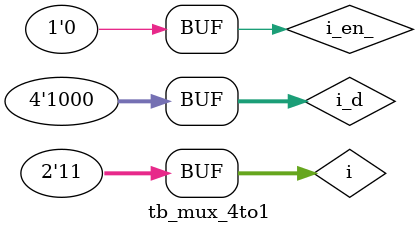
<source format=v>
module tb_mux_4to1;
reg i_en_;
reg [1:0] i;
reg [3:0] i_d;
wire o;

initial begin
    i_en_ = 1'b0;
    i = 2'b00;
    i_d = 4'b1110;
    
    #100; // 100ns
    i_en_ = 1'b0;
    i = 2'b00;
    i_d = 4'b0001;
        
    #100; // 200ns
    i_en_ = 1'b0;
    i = 2'b01;
    i_d = 4'b1101;

    #100; // 300ns
    i_en_ = 1'b0;
    i = 2'b01;
    i_d = 4'b0010;

    #100; // 400ns
    i_en_ = 1'b0;
    i = 2'b10;
    i_d = 4'b1011;

    #100; // 500ns
    i_en_ = 1'b0;
    i = 2'b10;
    i_d = 4'b0100;       

    #100; // 600ns
    i_en_ = 1'b0;
    i = 2'b11;
    i_d = 4'b0111;
    
    #100; // 700ns
    i_en_ = 1'b0;
    i = 2'b11;
    i_d = 4'b1000;
end

mux_4to1 dut(
    .enable_(i_en_),
    .signal_i(i),
    .data(i_d),
    .signal_o(o)
);

endmodule

</source>
